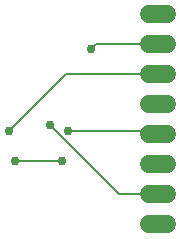
<source format=gbr>
G04 EAGLE Gerber X2 export*
%TF.Part,Single*%
%TF.FileFunction,Copper,L2,Bot,Mixed*%
%TF.FilePolarity,Positive*%
%TF.GenerationSoftware,Autodesk,EAGLE,8.7.1*%
%TF.CreationDate,2018-04-13T05:08:31Z*%
G75*
%MOMM*%
%FSLAX34Y34*%
%LPD*%
%AMOC8*
5,1,8,0,0,1.08239X$1,22.5*%
G01*
%ADD10C,1.524000*%
%ADD11C,0.756400*%
%ADD12C,0.152400*%


D10*
X174020Y36200D02*
X158780Y36200D01*
X158780Y61600D02*
X174020Y61600D01*
X174020Y87000D02*
X158780Y87000D01*
X158780Y112400D02*
X174020Y112400D01*
X174020Y137800D02*
X158780Y137800D01*
X158780Y163200D02*
X174020Y163200D01*
X174020Y188600D02*
X158780Y188600D01*
X158780Y214000D02*
X174020Y214000D01*
D11*
X45000Y90000D03*
D12*
X85000Y90000D01*
D11*
X85000Y90000D03*
D12*
X88200Y163200D02*
X166400Y163200D01*
X88200Y163200D02*
X40000Y115000D01*
D11*
X40000Y115000D03*
X110000Y185000D03*
D12*
X113600Y188600D01*
X166400Y188600D01*
D11*
X75000Y120000D03*
D12*
X133400Y61600D01*
X166400Y61600D01*
D11*
X90000Y115000D03*
D12*
X163800Y115000D01*
X166400Y112400D01*
M02*

</source>
